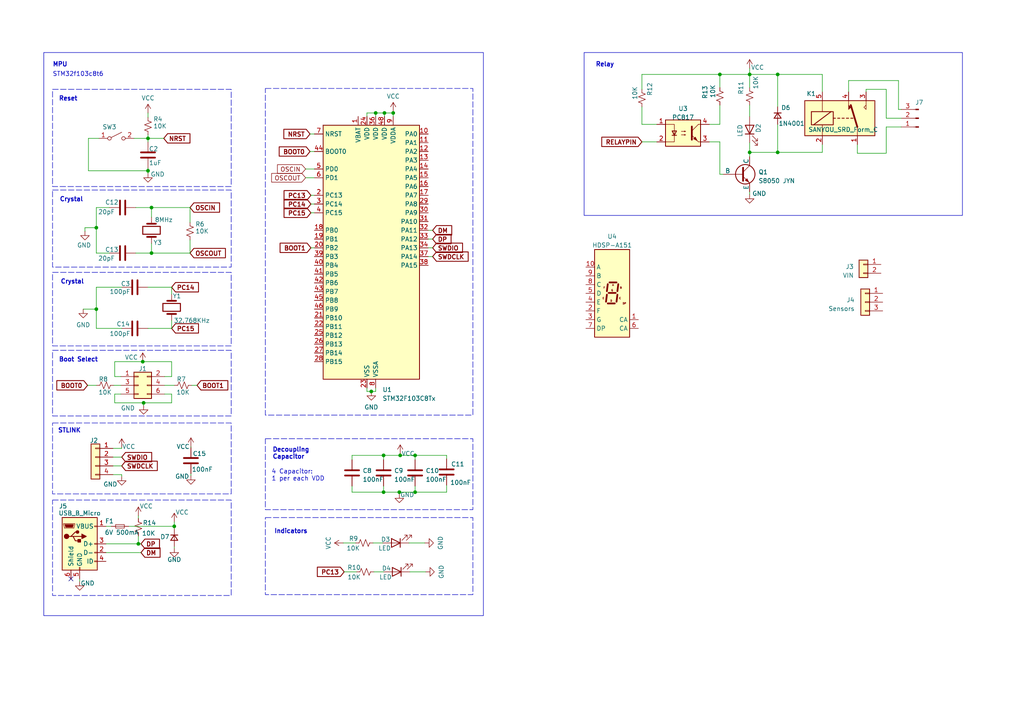
<source format=kicad_sch>
(kicad_sch (version 20230121) (generator eeschema)
  (paper "A4")
  (junction (at 43.942 60.198))
  (junction (at 225.552 21.59))
  (junction (at 50.546 152.654))
  (junction (at 208.788 21.59))
  (junction (at 40.132 157.734))
  (junction (at 41.402 104.902))
  (junction (at 217.424 21.59))
  (junction (at 42.926 40.132))
  (junction (at 116.078 132.08))
  (junction (at 400.304 7.366))
  (junction (at 410.972 44.45))
  (junction (at 394.97 18.796))
  (junction (at 41.656 116.84))
  (junction (at 111.252 142.748))
  (junction (at 108.966 32.766))
  (junction (at 400.304 -1.778))
  (junction (at 114.046 32.766))
  (junction (at 27.94 66.04))
  (junction (at 400.304 -2.032))
  (junction (at 120.396 132.08))
  (junction (at 410.972 53.594))
  (junction (at 225.552 44.196))
  (junction (at 107.696 113.538))
  (junction (at 217.424 44.196))
  (junction (at 377.698 24.638))
  (junction (at 43.942 73.406))
  (junction (at 42.926 49.53))
  (junction (at 27.94 89.662))
  (junction (at 115.824 142.748))
  (junction (at 111.252 132.08))
  (junction (at 111.506 32.766))
  (junction (at 394.97 32.004))
  (junction (at 120.396 142.748))
  (no_connect (at 20.574 167.894))
  (wire (pts (xy 49.784 116.84) (xy 41.656 116.84)))
  (wire (pts (xy 33.02 111.76) (xy 35.052 111.76)))
  (wire (pts (xy 27.94 60.198) (xy 27.94 66.04)))
  (wire (pts (xy 107.696 113.538) (xy 108.966 113.538)))
  (wire (pts (xy 186.182 30.988) (xy 186.182 36.068)))
  (wire (pts (xy 106.426 113.538) (xy 107.696 113.538)))
  (wire (pts (xy 35.052 109.22) (xy 33.274 109.22)))
  (wire (pts (xy 49.784 114.3) (xy 49.784 116.84)))
  (wire (pts (xy 90.17 59.182) (xy 91.186 59.182)))
  (wire (pts (xy 394.97 32.004) (xy 389.128 32.004)))
  (wire (pts (xy 23.114 168.656) (xy 23.114 167.894)))
  (wire (pts (xy 55.118 60.198) (xy 43.942 60.198)))
  (wire (pts (xy 49.784 104.902) (xy 49.784 109.22)))
  (wire (pts (xy 375.412 -2.032) (xy 375.412 7.366)))
  (wire (pts (xy 217.424 21.59) (xy 225.552 21.59)))
  (wire (pts (xy 464.312 89.916) (xy 461.518 89.916)))
  (wire (pts (xy 89.916 43.942) (xy 91.186 43.942)))
  (wire (pts (xy 208.788 41.148) (xy 205.74 41.148)))
  (wire (pts (xy 125.476 66.802) (xy 124.206 66.802)))
  (wire (pts (xy 466.09 64.516) (xy 466.09 65.024)))
  (wire (pts (xy 400.304 -3.048) (xy 400.304 -2.032)))
  (wire (pts (xy 125.476 69.342) (xy 124.206 69.342)))
  (wire (pts (xy 24.638 67.056) (xy 24.638 66.04)))
  (wire (pts (xy 50.546 152.654) (xy 50.546 153.416)))
  (wire (pts (xy 42.926 50.292) (xy 42.926 49.53)))
  (wire (pts (xy 410.972 53.594) (xy 421.386 53.594)))
  (wire (pts (xy 408.432 23.114) (xy 408.432 18.796)))
  (wire (pts (xy 450.088 23.876) (xy 450.85 23.876)))
  (wire (pts (xy 120.396 142.748) (xy 129.54 142.748)))
  (wire (pts (xy 42.926 49.53) (xy 42.926 48.768)))
  (wire (pts (xy 186.182 25.908) (xy 186.182 21.59)))
  (wire (pts (xy 40.132 149.606) (xy 40.132 150.368)))
  (wire (pts (xy 110.998 157.48) (xy 108.204 157.48)))
  (wire (pts (xy 406.146 72.898) (xy 406.146 75.692)))
  (wire (pts (xy 421.386 44.45) (xy 410.972 44.45)))
  (wire (pts (xy 260.604 23.368) (xy 246.126 23.368)))
  (wire (pts (xy 476.504 98.298) (xy 471.932 98.298)))
  (wire (pts (xy 120.396 132.08) (xy 129.54 132.08)))
  (wire (pts (xy 30.734 160.274) (xy 40.894 160.274)))
  (wire (pts (xy 377.698 18.796) (xy 377.698 24.638)))
  (wire (pts (xy 111.506 32.766) (xy 114.046 32.766)))
  (wire (pts (xy 208.788 21.59) (xy 208.788 25.4)))
  (wire (pts (xy 111.252 142.748) (xy 115.824 142.748)))
  (wire (pts (xy 225.552 36.068) (xy 225.552 44.196)))
  (wire (pts (xy 125.476 74.422) (xy 124.206 74.422)))
  (wire (pts (xy 375.412 7.366) (xy 400.304 7.366)))
  (wire (pts (xy 55.372 137.922) (xy 55.372 137.414)))
  (wire (pts (xy 261.366 31.75) (xy 260.604 31.75)))
  (wire (pts (xy 49.784 85.344) (xy 49.784 83.312)))
  (wire (pts (xy 49.784 95.25) (xy 42.926 95.25)))
  (wire (pts (xy 38.862 40.132) (xy 42.926 40.132)))
  (wire (pts (xy 257.048 25.908) (xy 257.048 34.29)))
  (wire (pts (xy 106.426 33.782) (xy 106.426 32.766)))
  (wire (pts (xy 208.788 50.546) (xy 208.788 41.148)))
  (wire (pts (xy 32.766 135.128) (xy 35.306 135.128)))
  (wire (pts (xy 452.882 98.298) (xy 456.438 98.298)))
  (wire (pts (xy 111.252 132.08) (xy 111.252 133.35)))
  (wire (pts (xy 238.506 44.196) (xy 225.552 44.196)))
  (wire (pts (xy 25.654 49.53) (xy 42.926 49.53)))
  (wire (pts (xy 394.97 32.004) (xy 408.432 32.004)))
  (wire (pts (xy 217.424 56.388) (xy 217.424 55.626)))
  (wire (pts (xy 108.966 113.538) (xy 108.966 112.522)))
  (wire (pts (xy 408.432 18.796) (xy 394.97 18.796)))
  (wire (pts (xy 49.784 83.312) (xy 42.926 83.312)))
  (wire (pts (xy 393.446 73.152) (xy 391.16 73.152)))
  (wire (pts (xy 209.804 50.546) (xy 208.788 50.546)))
  (wire (pts (xy 55.372 129.54) (xy 55.372 129.794)))
  (wire (pts (xy 49.784 92.964) (xy 49.784 95.25)))
  (wire (pts (xy 246.126 23.368) (xy 246.126 26.67)))
  (wire (pts (xy 251.206 26.67) (xy 251.206 25.908)))
  (wire (pts (xy 25.4 111.76) (xy 27.94 111.76)))
  (wire (pts (xy 261.366 36.83) (xy 257.048 36.83)))
  (wire (pts (xy 217.424 44.196) (xy 217.424 45.466)))
  (wire (pts (xy 400.304 -1.778) (xy 410.718 -1.778)))
  (wire (pts (xy 400.558 52.832) (xy 400.558 53.594)))
  (wire (pts (xy 111.252 140.97) (xy 111.252 142.748)))
  (wire (pts (xy 111.506 32.766) (xy 111.506 33.782)))
  (wire (pts (xy 217.424 19.812) (xy 217.424 21.59)))
  (wire (pts (xy 129.54 142.748) (xy 129.54 140.716)))
  (wire (pts (xy 50.546 111.76) (xy 47.752 111.76)))
  (wire (pts (xy 225.552 44.196) (xy 217.424 44.196)))
  (wire (pts (xy 377.698 24.638) (xy 377.698 32.004)))
  (wire (pts (xy 27.94 73.406) (xy 31.75 73.406)))
  (wire (pts (xy 55.118 64.516) (xy 55.118 60.198)))
  (wire (pts (xy 41.656 116.84) (xy 41.656 117.602)))
  (wire (pts (xy 208.788 36.068) (xy 205.74 36.068)))
  (wire (pts (xy 27.94 83.312) (xy 35.306 83.312)))
  (wire (pts (xy 257.048 36.83) (xy 257.048 44.45)))
  (wire (pts (xy 111.252 165.862) (xy 108.458 165.862)))
  (wire (pts (xy 466.09 -7.366) (xy 466.09 -6.604)))
  (wire (pts (xy 248.666 44.45) (xy 248.666 41.91)))
  (wire (pts (xy 47.752 109.22) (xy 49.784 109.22)))
  (wire (pts (xy 43.942 73.406) (xy 39.37 73.406)))
  (wire (pts (xy 125.476 71.882) (xy 124.206 71.882)))
  (wire (pts (xy 476.504 89.916) (xy 471.932 89.916)))
  (wire (pts (xy 108.966 32.766) (xy 108.966 33.782)))
  (wire (pts (xy 35.052 114.3) (xy 33.274 114.3)))
  (wire (pts (xy 394.97 29.21) (xy 394.97 32.004)))
  (wire (pts (xy 43.942 73.406) (xy 55.118 73.406)))
  (wire (pts (xy 99.822 165.862) (xy 103.378 165.862)))
  (wire (pts (xy 400.304 -1.778) (xy 400.304 -1.016)))
  (wire (pts (xy 111.252 132.08) (xy 116.078 132.08)))
  (wire (pts (xy 24.13 89.662) (xy 27.94 89.662)))
  (wire (pts (xy 90.17 56.642) (xy 91.186 56.642)))
  (wire (pts (xy 32.766 132.588) (xy 35.306 132.588)))
  (wire (pts (xy 450.85 1.016) (xy 449.072 1.016)))
  (wire (pts (xy 388.62 -2.032) (xy 400.304 -2.032)))
  (wire (pts (xy 43.942 70.612) (xy 43.942 73.406)))
  (wire (pts (xy 186.182 36.068) (xy 190.5 36.068)))
  (wire (pts (xy 57.15 111.76) (xy 55.626 111.76)))
  (wire (pts (xy 400.304 -1.778) (xy 400.304 -2.032)))
  (wire (pts (xy 99.568 157.48) (xy 103.124 157.48)))
  (wire (pts (xy 114.046 32.766) (xy 114.046 33.782)))
  (wire (pts (xy 102.108 140.97) (xy 102.108 142.748)))
  (wire (pts (xy 450.088 54.356) (xy 450.85 54.356)))
  (wire (pts (xy 208.788 30.48) (xy 208.788 36.068)))
  (wire (pts (xy 27.94 66.04) (xy 27.94 73.406)))
  (wire (pts (xy 260.604 31.75) (xy 260.604 23.368)))
  (wire (pts (xy 40.132 157.734) (xy 40.894 157.734)))
  (wire (pts (xy 400.558 45.212) (xy 400.558 44.45)))
  (wire (pts (xy 35.306 137.668) (xy 32.766 137.668)))
  (wire (pts (xy 452.882 89.916) (xy 456.438 89.916)))
  (wire (pts (xy 35.306 130.048) (xy 32.766 130.048)))
  (wire (pts (xy 397.51 76.454) (xy 397.51 70.612)))
  (wire (pts (xy 400.304 8.128) (xy 400.304 7.366)))
  (wire (pts (xy 400.558 53.594) (xy 410.972 53.594)))
  (wire (pts (xy 238.506 41.91) (xy 238.506 44.196)))
  (wire (pts (xy 108.966 32.766) (xy 111.506 32.766)))
  (wire (pts (xy 35.306 130.048) (xy 35.306 129.794)))
  (wire (pts (xy 377.698 32.004) (xy 381.508 32.004)))
  (wire (pts (xy 39.37 60.198) (xy 43.942 60.198)))
  (wire (pts (xy 115.824 142.748) (xy 120.396 142.748)))
  (wire (pts (xy 88.646 51.562) (xy 91.186 51.562)))
  (wire (pts (xy 120.396 132.08) (xy 120.396 133.35)))
  (wire (pts (xy 90.17 61.722) (xy 91.186 61.722)))
  (wire (pts (xy 217.424 21.59) (xy 217.424 25.4)))
  (wire (pts (xy 102.108 142.748) (xy 111.252 142.748)))
  (wire (pts (xy 393.446 68.072) (xy 391.16 68.072)))
  (wire (pts (xy 120.396 140.97) (xy 120.396 142.748)))
  (wire (pts (xy 115.824 142.748) (xy 115.824 143.256)))
  (wire (pts (xy 186.182 21.59) (xy 208.788 21.59)))
  (wire (pts (xy 449.072 3.556) (xy 450.85 3.556)))
  (wire (pts (xy 42.926 40.132) (xy 47.498 40.132)))
  (wire (pts (xy 410.972 53.594) (xy 410.972 53.848)))
  (wire (pts (xy 27.94 89.662) (xy 27.94 95.25)))
  (wire (pts (xy 50.546 159.004) (xy 50.546 158.496)))
  (wire (pts (xy 27.94 89.662) (xy 27.94 83.312)))
  (wire (pts (xy 102.108 133.35) (xy 102.108 132.08)))
  (wire (pts (xy 406.146 75.692) (xy 391.16 75.692)))
  (wire (pts (xy 391.922 49.53) (xy 392.684 49.53)))
  (wire (pts (xy 42.926 39.116) (xy 42.926 40.132)))
  (wire (pts (xy 394.97 18.796) (xy 394.97 21.59)))
  (wire (pts (xy 33.274 116.84) (xy 41.656 116.84)))
  (wire (pts (xy 374.396 24.638) (xy 377.698 24.638)))
  (wire (pts (xy 208.788 21.59) (xy 217.424 21.59)))
  (wire (pts (xy 450.088 56.896) (xy 450.85 56.896)))
  (wire (pts (xy 88.646 49.022) (xy 91.186 49.022)))
  (wire (pts (xy 374.396 25.654) (xy 374.396 24.638)))
  (wire (pts (xy 421.386 45.212) (xy 421.386 44.45)))
  (wire (pts (xy 397.51 70.612) (xy 391.16 70.612)))
  (wire (pts (xy 24.638 66.04) (xy 27.94 66.04)))
  (wire (pts (xy 102.108 132.08) (xy 111.252 132.08)))
  (wire (pts (xy 421.386 53.594) (xy 421.386 52.832)))
  (wire (pts (xy 400.304 -9.398) (xy 400.304 -8.128)))
  (wire (pts (xy 186.182 41.148) (xy 190.5 41.148)))
  (wire (pts (xy 50.546 151.384) (xy 50.546 152.654)))
  (wire (pts (xy 123.444 165.862) (xy 118.872 165.862)))
  (wire (pts (xy 27.94 95.25) (xy 35.306 95.25)))
  (wire (pts (xy 410.972 44.45) (xy 410.972 43.688)))
  (wire (pts (xy 408.432 32.004) (xy 408.432 28.194)))
  (wire (pts (xy 400.304 7.366) (xy 400.304 6.604)))
  (wire (pts (xy 381.508 18.796) (xy 377.698 18.796)))
  (wire (pts (xy 238.506 21.59) (xy 238.506 26.67)))
  (wire (pts (xy 389.128 18.796) (xy 394.97 18.796)))
  (wire (pts (xy 41.402 104.902) (xy 49.784 104.902)))
  (wire (pts (xy 106.426 112.522) (xy 106.426 113.538)))
  (wire (pts (xy 50.546 152.654) (xy 37.338 152.654)))
  (wire (pts (xy 28.702 40.132) (xy 25.654 40.132)))
  (wire (pts (xy 47.752 114.3) (xy 49.784 114.3)))
  (wire (pts (xy 400.558 44.45) (xy 410.972 44.45)))
  (wire (pts (xy 384.302 49.53) (xy 383.032 49.53)))
  (wire (pts (xy 55.118 73.406) (xy 55.118 69.596)))
  (wire (pts (xy 35.306 138.176) (xy 35.306 137.668)))
  (wire (pts (xy 116.078 132.08) (xy 120.396 132.08)))
  (wire (pts (xy 225.552 21.59) (xy 238.506 21.59)))
  (wire (pts (xy 33.274 104.902) (xy 41.402 104.902)))
  (wire (pts (xy 31.75 60.198) (xy 27.94 60.198)))
  (wire (pts (xy 123.19 157.48) (xy 118.618 157.48)))
  (wire (pts (xy 33.274 114.3) (xy 33.274 116.84)))
  (wire (pts (xy 217.424 33.782) (xy 217.424 30.48)))
  (wire (pts (xy 464.312 98.298) (xy 461.518 98.298)))
  (wire (pts (xy 251.206 25.908) (xy 257.048 25.908)))
  (wire (pts (xy 42.926 32.766) (xy 42.926 34.036)))
  (wire (pts (xy 30.734 157.734) (xy 40.132 157.734)))
  (wire (pts (xy 40.132 155.448) (xy 40.132 157.734)))
  (wire (pts (xy 43.942 60.198) (xy 43.942 62.992)))
  (wire (pts (xy 257.048 34.29) (xy 261.366 34.29)))
  (wire (pts (xy 25.654 40.132) (xy 25.654 49.53)))
  (wire (pts (xy 90.17 71.882) (xy 91.186 71.882)))
  (wire (pts (xy 32.258 152.654) (xy 30.734 152.654)))
  (wire (pts (xy 106.426 32.766) (xy 108.966 32.766)))
  (wire (pts (xy 89.916 38.862) (xy 91.186 38.862)))
  (wire (pts (xy 42.926 40.132) (xy 42.926 41.148)))
  (wire (pts (xy 257.048 44.45) (xy 248.666 44.45)))
  (wire (pts (xy 129.54 132.08) (xy 129.54 133.096)))
  (wire (pts (xy 114.046 32.258) (xy 114.046 32.766)))
  (wire (pts (xy 378.46 -2.032) (xy 375.412 -2.032)))
  (wire (pts (xy 116.078 131.572) (xy 116.078 132.08)))
  (wire (pts (xy 217.424 41.402) (xy 217.424 44.196)))
  (wire (pts (xy 225.552 21.59) (xy 225.552 30.988)))
  (wire (pts (xy 33.274 109.22) (xy 33.274 104.902)))
  (rectangle (start 76.962 150.114) (end 137.16 172.466) (stroke (width 0) (type dash)))
  (rectangle (start 15.24 101.6) (end 67.056 120.65) (stroke (width 0) (type dash)))
  (rectangle (start 76.962 127.254) (end 137.16 147.828) (stroke (width 0) (type dash)))
  (rectangle (start 12.7 15.24) (end 140.208 178.562))
  (rectangle (start 169.418 15.24) (end 279.146 62.484))
  (rectangle (start 364.998 38.354) (end 425.958 58.928) (stroke (width 0) (type dash)))
  (rectangle (start 15.24 122.682) (end 67.056 143.256) (stroke (width 0) (type dash)))
  (rectangle (start 15.24 78.994) (end 67.056 100.33) (stroke (width 0) (type dash)))
  (rectangle (start 364.998 60.706) (end 425.958 81.28) (stroke (width 0) (type dash)))
  (rectangle (start 76.962 25.654) (end 137.16 120.396) (stroke (width 0) (type dash)))
  (rectangle (start 15.24 145.034) (end 67.056 172.72) (stroke (width 0) (type dash)))
  (rectangle (start 15.24 55.118) (end 67.056 77.47) (stroke (width 0) (type dash)))
  (rectangle (start 364.998 -16.256) (end 425.958 11.938) (stroke (width 0) (type dash)))
  (rectangle (start 430.022 83.058) (end 488.188 103.632) (stroke (width 0) (type dash)))
  (rectangle (start 15.24 25.908) (end 67.056 54.102) (stroke (width 0) (type dash)))
  (rectangle (start 361.442 -26.416) (end 497.332 108.712))
  (rectangle (start 364.998 13.716) (end 425.958 36.068) (stroke (width 0) (type dash)))
  (rectangle (start 430.022 -16.256) (end 488.188 81.28) (stroke (width 0) (type dash)))
  (text "Reset\n" (at 366.776 -12.7 0) (effects (font (size 1.27 1.27) bold) (justify left bottom)))
  (text "Crystal\n" (at 17.526 82.55 0) (effects (font (size 1.27 1.27) bold) (justify left bottom)))
  (text "Indicators\n" (at 432.562 86.614 0) (effects (font (size 1.27 1.27) bold) (justify left bottom)))
  (text "STLINK\n" (at 367.538 65.532 0) (effects (font (size 1.27 1.27) bold) (justify left bottom)))
  (text "Boot Select" (at 17.018 105.156 0) (effects (font (size 1.27 1.27) bold) (justify left bottom)))
  (text "STLINK\n" (at 16.764 125.73 0) (effects (font (size 1.27 1.27) bold) (justify left bottom)))
  (text "Decoupling \nCapacitor\n" (at 367.03 44.45 0) (effects (font (size 1.27 1.27) bold) (justify left bottom)))
  (text "Reset\n" (at 17.018 29.464 0) (effects (font (size 1.27 1.27) bold) (justify left bottom)))
  (text "STM8S\n" (at 364.744 -18.288 0) (effects (font (size 1.27 1.27)) (justify left bottom)))
  (text "MPU\n" (at 364.744 -21.082 0) (effects (font (size 1.27 1.27) (thickness 0.254) bold) (justify left bottom)))
  (text "Relay\n" (at 172.72 19.558 0) (effects (font (size 1.27 1.27) bold) (justify left bottom)))
  (text "MPU\n" (at 15.24 19.558 0) (effects (font (size 1.27 1.27) (thickness 0.254) bold) (justify left bottom)))
  (text "STM32f103c8t6" (at 15.24 22.352 0) (effects (font (size 1.27 1.27)) (justify left bottom)))
  (text "Crystal\n" (at 17.272 58.674 0) (effects (font (size 1.27 1.27) bold) (justify left bottom)))
  (text "butuh riset lg\n" (at 409.194 65.532 0) (effects (font (size 1.27 1.27) bold) (justify left bottom)))
  (text "4 Capacitor: \n1 per each VDD\n" (at 78.74 139.7 0) (effects (font (size 1.27 1.27)) (justify left bottom)))
  (text "Indicators\n" (at 79.502 154.94 0) (effects (font (size 1.27 1.27) bold) (justify left bottom)))
  (text "Crystal\n" (at 367.03 17.272 0) (effects (font (size 1.27 1.27) bold) (justify left bottom)))
  (text "Decoupling \nCapacitor\n" (at 78.994 133.35 0) (effects (font (size 1.27 1.27) bold) (justify left bottom)))
  (global_label "DP" (shape input) (at 40.894 157.734 0) (effects (font bold)) (property "Intersheetrefs" "${INTERSHEET_REFS}" (effects hide)))
  (global_label "SWIM" (shape input) (at 393.446 73.152 0) (effects (font bold)) (property "Intersheetrefs" "${INTERSHEET_REFS}" (effects hide)))
  (global_label "OSCOUT" (shape input) (at 88.646 51.562 180) (property "Intersheetrefs" "${INTERSHEET_REFS}" (effects hide)))
  (global_label "SWDCLK" (shape input) (at 125.476 74.422 0) (effects (font bold)) (property "Intersheetrefs" "${INTERSHEET_REFS}" (effects hide)))
  (global_label "BOOT1" (shape input) (at 90.17 71.882 180) (effects (font bold)) (property "Intersheetrefs" "${INTERSHEET_REFS}" (effects hide)))
  (global_label "VCAP" (shape input) (at 450.088 56.896 180) (effects (font bold)) (property "Intersheetrefs" "${INTERSHEET_REFS}" (effects hide)))
  (global_label "RELAYPIN" (shape input) (at 186.182 41.148 180) (effects (font bold)) (property "Intersheetrefs" "${INTERSHEET_REFS}" (effects hide)))
  (global_label "PB5" (shape input) (at 476.504 98.298 0) (effects (font bold)) (property "Intersheetrefs" "${INTERSHEET_REFS}" (effects hide)))
  (global_label "SWDIO" (shape input) (at 35.306 132.588 0) (effects (font bold)) (property "Intersheetrefs" "${INTERSHEET_REFS}" (effects hide)))
  (global_label "NRST" (shape input) (at 393.446 68.072 0) (effects (font bold)) (property "Intersheetrefs" "${INTERSHEET_REFS}" (effects hide)))
  (global_label "PC13" (shape input) (at 99.822 165.862 180) (effects (font bold)) (property "Intersheetrefs" "${INTERSHEET_REFS}" (effects hide)))
  (global_label "PC13" (shape input) (at 90.17 56.642 180) (effects (font bold)) (property "Intersheetrefs" "${INTERSHEET_REFS}" (effects hide)))
  (global_label "OSCIN" (shape input) (at 55.118 60.198 0) (effects (font bold)) (property "Intersheetrefs" "${INTERSHEET_REFS}" (effects hide)))
  (global_label "DP" (shape input) (at 125.476 69.342 0) (effects (font bold)) (property "Intersheetrefs" "${INTERSHEET_REFS}" (effects hide)))
  (global_label "DM" (shape input) (at 125.476 66.802 0) (effects (font bold)) (property "Intersheetrefs" "${INTERSHEET_REFS}" (effects hide)))
  (global_label "OSCIN" (shape input) (at 449.072 1.016 180) (effects (font bold)) (property "Intersheetrefs" "${INTERSHEET_REFS}" (effects hide)))
  (global_label "NRST" (shape input) (at 410.718 -1.778 0) (effects (font bold)) (property "Intersheetrefs" "${INTERSHEET_REFS}" (effects hide)))
  (global_label "PC14" (shape input) (at 90.17 59.182 180) (effects (font bold)) (property "Intersheetrefs" "${INTERSHEET_REFS}" (effects hide)))
  (global_label "BOOT1" (shape input) (at 57.15 111.76 0) (effects (font bold)) (property "Intersheetrefs" "${INTERSHEET_REFS}" (effects hide)))
  (global_label "OSCOUT" (shape input) (at 449.072 3.556 180) (effects (font bold)) (property "Intersheetrefs" "${INTERSHEET_REFS}" (effects hide)))
  (global_label "PC15" (shape input) (at 90.17 61.722 180) (effects (font bold)) (property "Intersheetrefs" "${INTERSHEET_REFS}" (effects hide)))
  (global_label "SWDIO" (shape input) (at 125.476 71.882 0) (effects (font bold)) (property "Intersheetrefs" "${INTERSHEET_REFS}" (effects hide)))
  (global_label "BOOT0" (shape input) (at 25.4 111.76 180) (effects (font bold)) (property "Intersheetrefs" "${INTERSHEET_REFS}" (effects hide)))
  (global_label "OSCIN" (shape input) (at 408.432 18.796 0) (effects (font bold)) (property "Intersheetrefs" "${INTERSHEET_REFS}" (effects hide)))
  (global_label "NRST" (shape input) (at 47.498 40.132 0) (effects (font bold)) (property "Intersheetrefs" "${INTERSHEET_REFS}" (effects hide)))
  (global_label "OSCOUT" (shape input) (at 408.432 32.004 0) (effects (font bold)) (property "Intersheetrefs" "${INTERSHEET_REFS}" (effects hide)))
  (global_label "PC14" (shape input) (at 49.784 83.312 0) (effects (font bold)) (property "Intersheetrefs" "${INTERSHEET_REFS}" (effects hide)))
  (global_label "OSCOUT" (shape input) (at 55.118 73.406 0) (effects (font bold)) (property "Intersheetrefs" "${INTERSHEET_REFS}" (effects hide)))
  (global_label "SWDCLK" (shape input) (at 35.306 135.128 0) (effects (font bold)) (property "Intersheetrefs" "${INTERSHEET_REFS}" (effects hide)))
  (global_label "DM" (shape input) (at 40.894 160.274 0) (effects (font bold)) (property "Intersheetrefs" "${INTERSHEET_REFS}" (effects hide)))
  (global_label "PC15" (shape input) (at 49.784 95.25 0) (effects (font bold)) (property "Intersheetrefs" "${INTERSHEET_REFS}" (effects hide)))
  (global_label "VCAP" (shape input) (at 383.032 49.53 180) (effects (font bold)) (property "Intersheetrefs" "${INTERSHEET_REFS}" (effects hide)))
  (global_label "OSCIN" (shape input) (at 88.646 49.022 180) (property "Intersheetrefs" "${INTERSHEET_REFS}" (effects hide)))
  (global_label "NRST" (shape input) (at 450.088 54.356 180) (effects (font bold)) (property "Intersheetrefs" "${INTERSHEET_REFS}" (effects hide)))
  (global_label "NRST" (shape input) (at 89.916 38.862 180) (effects (font bold)) (property "Intersheetrefs" "${INTERSHEET_REFS}" (effects hide)))
  (global_label "BOOT0" (shape input) (at 89.916 43.942 180) (effects (font bold)) (property "Intersheetrefs" "${INTERSHEET_REFS}" (effects hide)))
  (global_label "PB5" (shape input) (at 450.088 23.876 180) (effects (font bold)) (property "Intersheetrefs" "${INTERSHEET_REFS}" (effects hide)))
  (symbol (lib_id "Device:R_Small_US") (at 40.132 152.908 180) (unit 1)
    (property "Reference" "R14" (at 41.402 151.638 0) (effects (justify right)))
    (property "Value" "10K" (at 41.148 154.686 0) (effects (justify right)))
    (property "Footprint" "Resistor_SMD:R_0805_2012Metric_Pad1.20x1.40mm_HandSolder" (effects hide))
  )
  (symbol (lib_id "Switch:SW_SPST") (at 383.54 -2.032 0) (unit 1)
    (property "Reference" "SW1" (at 381.508 -5.334 0))
    (property "Value" "SW_SPST" (effects hide))
    (property "Footprint" "Button_Switch_THT:SW_PUSH_6mm_H5mm" (effects hide))
  )
  (symbol (lib_id "Device:C") (at 39.116 83.312 270) (unit 1)
    (property "Reference" "C3" (at 35.052 82.296 90) (effects (justify left)))
    (property "Value" "100pF" (at 31.75 84.582 90) (effects (justify left)))
    (property "Footprint" "Capacitor_SMD:C_0805_2012Metric_Pad1.18x1.45mm_HandSolder" (effects hide))
  )
  (symbol (lib_id "Connector_Generic:Conn_02x03_Odd_Even") (at 40.132 111.76 0) (unit 1)
    (property "Reference" "J1" (at 41.402 106.934 0))
    (property "Value" "Conn_02x03_Odd_Even" (effects hide))
  )
  (symbol (lib_id "power:GND") (at 35.306 138.176 0) (unit 1)
    (property "Reference" "#PWR019" (effects hide))
    (property "Value" "GND" (at 32.004 140.462 0))
  )
  (symbol (lib_id "power:GND") (at 410.972 53.848 0) (unit 1)
    (property "Reference" "#PWR04" (effects hide))
    (property "Value" "GND" (at 415.036 55.372 0))
  )
  (symbol (lib_id "power:GND") (at 24.638 67.056 0) (unit 1)
    (property "Reference" "#PWR014" (effects hide))
    (property "Value" "GND" (at 24.384 71.12 0))
  )
  (symbol (lib_id "Device:C") (at 385.318 32.004 270) (unit 1)
    (property "Reference" "C17" (at 380.238 30.988 90) (effects (justify left)))
    (property "Value" "20pF" (at 378.206 33.528 90) (effects (justify left)))
    (property "Footprint" "Capacitor_SMD:C_0805_2012Metric_Pad1.18x1.45mm_HandSolder" (effects hide))
  )
  (symbol (lib_id "Device:C") (at 421.386 49.022 0) (unit 1)
    (property "Reference" "C7" (at 417.068 46.99 0) (effects (justify left)))
    (property "Value" "10uF" (at 416.56 51.308 0) (effects (justify left)))
    (property "Footprint" "Capacitor_SMD:C_0805_2012Metric_Pad1.18x1.45mm_HandSolder" (effects hide))
  )
  (symbol (lib_id "Device:LED") (at 468.122 98.298 180) (unit 1)
    (property "Reference" "D8" (at 466.344 95.758 0) (effects (justify right)))
    (property "Value" "LED" (at 466.598 101.092 0) (effects (justify right)))
    (property "Footprint" "LED_SMD:LED_1206_3216Metric_Pad1.42x1.75mm_HandSolder" (effects hide))
  )
  (symbol (lib_id "Device:Fuse_Small") (at 34.798 152.654 0) (unit 1)
    (property "Reference" "F1" (at 31.75 151.13 0))
    (property "Value" "6V 500mA" (at 35.306 154.432 0))
    (property "Footprint" "Fuse:Fuse_1812_4532Metric_Pad1.30x3.40mm_HandSolder" (effects hide))
  )
  (symbol (lib_id "Device:C") (at 39.116 95.25 270) (unit 1)
    (property "Reference" "C14" (at 33.782 93.98 90) (effects (justify left)))
    (property "Value" "100pF" (at 31.75 96.774 90) (effects (justify left)))
    (property "Footprint" "Capacitor_SMD:C_0805_2012Metric_Pad1.18x1.45mm_HandSolder" (effects hide))
  )
  (symbol (lib_id "power:GND") (at 397.51 76.454 0) (unit 1)
    (property "Reference" "#PWR05" (effects hide))
    (property "Value" "GND" (at 401.066 78.486 0))
  )
  (symbol (lib_id "Device:LED") (at 468.122 89.916 180) (unit 1)
    (property "Reference" "D9" (at 466.852 86.614 0) (effects (justify right)))
    (property "Value" "LED" (at 466.598 92.71 0) (effects (justify right)))
    (property "Footprint" "LED_SMD:LED_1206_3216Metric_Pad1.42x1.75mm_HandSolder" (effects hide))
  )
  (symbol (lib_id "Device:LED") (at 217.424 37.592 90) (unit 1)
    (property "Reference" "D2" (at 219.964 35.814 0) (effects (justify right)))
    (property "Value" "LED" (at 214.63 36.068 0) (effects (justify right)))
    (property "Footprint" "LED_SMD:LED_1206_3216Metric_Pad1.42x1.75mm_HandSolder" (effects hide))
  )
  (symbol (lib_id "Connector_Generic:Conn_01x04") (at 27.686 132.588 0) (mirror y) (unit 1)
    (property "Reference" "J2" (at 28.448 127.762 0) (effects (justify left)))
    (property "Value" "Conn_01x04" (effects hide))
  )
  (symbol (lib_id "power:VCC") (at 55.372 129.54 0) (unit 1)
    (property "Reference" "#PWR021" (effects hide))
    (property "Value" "VCC" (at 53.086 129.54 0))
  )
  (symbol (lib_id "Device:R_Small_US") (at 208.788 27.94 0) (unit 1)
    (property "Reference" "R13" (at 204.47 28.702 90) (effects (justify left)))
    (property "Value" "10K" (at 206.756 28.448 90) (effects (justify left)))
    (property "Footprint" "Resistor_SMD:R_0805_2012Metric_Pad1.20x1.40mm_HandSolder" (effects hide))
  )
  (symbol (lib_id "power:VCC") (at 42.926 32.766 0) (unit 1)
    (property "Reference" "#PWR09" (effects hide))
    (property "Value" "VCC" (at 42.926 28.448 0))
  )
  (symbol (lib_id "Device:C") (at 400.558 49.022 0) (unit 1)
    (property "Reference" "C6" (at 401.066 46.99 0) (effects (justify left)))
    (property "Value" "100nF" (at 400.812 51.562 0) (effects (justify left)))
    (property "Footprint" "Capacitor_SMD:C_0805_2012Metric_Pad1.18x1.45mm_HandSolder" (effects hide))
  )
  (symbol (lib_id "power:VCC") (at 40.132 149.606 0) (unit 1)
    (property "Reference" "#PWR034" (effects hide))
    (property "Value" "VCC" (at 42.418 146.812 0))
  )
  (symbol (lib_id "power:GND") (at 55.372 137.922 0) (unit 1)
    (property "Reference" "#PWR022" (effects hide))
    (property "Value" "GND" (at 52.832 138.176 0))
  )
  (symbol (lib_id "Connector_Generic:Conn_01x03") (at 250.952 87.63 0) (mirror y) (unit 1)
    (property "Reference" "J4" (at 247.904 86.995 0) (effects (justify left)))
    (property "Value" "Sensors" (at 247.904 89.535 0) (effects (justify left)))
  )
  (symbol (lib_id "power:VCC") (at 50.546 151.384 0) (unit 1)
    (property "Reference" "#PWR032" (effects hide))
    (property "Value" "VCC" (at 52.832 148.59 0))
  )
  (symbol (lib_id "Device:R_Small_US") (at 400.304 -5.588 180) (unit 1)
    (property "Reference" "R2" (at 401.828 -7.62 0) (effects (justify right)))
    (property "Value" "10K" (at 401.828 -5.588 0) (effects (justify right)))
    (property "Footprint" "Resistor_SMD:R_0805_2012Metric_Pad1.20x1.40mm_HandSolder" (effects hide))
  )
  (symbol (lib_id "power:GND") (at 392.684 49.53 90) (unit 1)
    (property "Reference" "#PWR027" (effects hide))
    (property "Value" "GND" (at 393.192 46.736 0))
  )
  (symbol (lib_id "power:VCC") (at 99.568 157.48 90) (unit 1)
    (property "Reference" "#PWR023" (effects hide))
    (property "Value" "VCC" (at 95.25 157.48 0))
  )
  (symbol (lib_id "Device:C") (at 385.318 18.796 270) (unit 1)
    (property "Reference" "C5" (at 380.238 17.272 90) (effects (justify left)))
    (property "Value" "20pF" (at 378.206 20.066 90) (effects (justify left)))
    (property "Footprint" "Capacitor_SMD:C_0805_2012Metric_Pad1.18x1.45mm_HandSolder" (effects hide))
  )
  (symbol (lib_id "Device:R_Small_US") (at 408.432 25.654 180) (unit 1)
    (property "Reference" "R3" (at 409.956 23.622 0) (effects (justify right)))
    (property "Value" "10K" (at 409.956 25.654 0) (effects (justify right)))
    (property "Footprint" "Resistor_SMD:R_0805_2012Metric_Pad1.20x1.40mm_HandSolder" (effects hide))
  )
  (symbol (lib_id "power:GND") (at 400.304 8.128 0) (unit 1)
    (property "Reference" "#PWR029" (effects hide))
    (property "Value" "GND" (at 403.098 8.382 0))
  )
  (symbol (lib_id "power:GND") (at 115.824 143.256 0) (unit 1)
    (property "Reference" "#PWR012" (effects hide))
    (property "Value" "GND" (at 118.11 143.51 0))
  )
  (symbol (lib_id "power:GND") (at 41.656 117.602 0) (unit 1)
    (property "Reference" "#PWR018" (effects hide))
    (property "Value" "GND" (at 37.084 118.364 0))
  )
  (symbol (lib_id "power:VCC") (at 452.882 98.298 90) (unit 1)
    (property "Reference" "#PWR035" (effects hide))
    (property "Value" "VCC" (at 448.564 98.298 0))
  )
  (symbol (lib_id "Device:R_Small_US") (at 458.978 98.298 90) (unit 1)
    (property "Reference" "R15" (at 458.343 96.012 90) (effects (justify left)))
    (property "Value" "10K" (at 459.486 100.33 90) (effects (justify left)))
    (property "Footprint" "Resistor_SMD:R_0805_2012Metric_Pad1.20x1.40mm_HandSolder" (effects hide))
  )
  (symbol (lib_id "Device:C") (at 55.372 133.604 0) (unit 1)
    (property "Reference" "C15" (at 55.88 131.572 0) (effects (justify left)))
    (property "Value" "100nF" (at 55.626 136.144 0) (effects (justify left)))
    (property "Footprint" "Capacitor_SMD:C_0805_2012Metric_Pad1.18x1.45mm_HandSolder" (effects hide))
  )
  (symbol (lib_id "Device:LED") (at 115.062 165.862 180) (unit 1)
    (property "Reference" "D4" (at 110.744 164.846 0) (effects (justify right)))
    (property "Value" "LED" (at 109.982 167.386 0) (effects (justify right)))
    (property "Footprint" "LED_SMD:LED_1206_3216Metric_Pad1.42x1.75mm_HandSolder" (effects hide))
  )
  (symbol (lib_id "Device:Crystal") (at 49.784 89.154 90) (unit 1)
    (property "Reference" "Y1" (at 51.308 85.852 90))
    (property "Value" "32.768KHz" (at 55.626 92.964 90))
    (property "Footprint" "Crystal:Crystal_SMD_SeikoEpson_MC306-4Pin_8.0x3.2mm_HandSoldering" (effects hide))
  )
  (symbol (lib_id "MCU_ST_STM8:STM8S003K3T") (at 466.09 28.956 0) (unit 1)
    (property "Reference" "U2" (at 468.0459 -6.096 0) (effects (justify left)))
    (property "Value" "STM8S003K3T" (at 468.0459 -3.556 0) (effects (justify left)))
    (property "Footprint" "Package_QFP:LQFP-32_7x7mm_P0.8mm" (effects hide))
    (property "Datasheet" "http://www.st.com/st-web-ui/static/active/en/resource/technical/document/datasheet/DM00024550.pdf" (effects hide))
  )
  (symbol (lib_id "Device:LED") (at 114.808 157.48 180) (unit 1)
    (property "Reference" "D3" (at 110.49 156.464 0) (effects (justify right)))
    (property "Value" "LED" (at 109.728 159.004 0) (effects (justify right)))
    (property "Footprint" "LED_SMD:LED_1206_3216Metric_Pad1.42x1.75mm_HandSolder" (effects hide))
  )
  (symbol (lib_id "Device:Crystal") (at 394.97 25.4 90) (unit 1)
    (property "Reference" "Y4" (at 396.748 28.956 90))
    (property "Value" "8MHz" (at 398.526 22.352 90))
    (property "Footprint" "Crystal:Crystal_HC49-4H_Vertical" (effects hide))
  )
  (symbol (lib_id "MCU_ST_STM32F1:STM32F103C8Tx") (at 106.426 74.422 0) (unit 1)
    (property "Reference" "U1" (at 110.9219 113.03 0) (effects (justify left)))
    (property "Value" "STM32F103C8Tx" (at 110.9219 115.57 0) (effects (justify left)))
    (property "Footprint" "Package_QFP:LQFP-48_7x7mm_P0.5mm" (effects hide))
    (property "Datasheet" "https://www.st.com/resource/en/datasheet/stm32f103c8.pdf" (effects hide))
  )
  (symbol (lib_id "power:VCC") (at 406.146 72.898 0) (unit 1)
    (property "Reference" "#PWR06" (effects hide))
    (property "Value" "VCC" (at 406.146 69.596 0))
  )
  (symbol (lib_id "Device:R_Small_US") (at 186.182 28.448 0) (unit 1)
    (property "Reference" "R12" (at 188.468 27.813 90) (effects (justify left)))
    (property "Value" "10K" (at 184.15 28.956 90) (effects (justify left)))
    (property "Footprint" "Resistor_SMD:R_0805_2012Metric_Pad1.20x1.40mm_HandSolder" (effects hide))
  )
  (symbol (lib_id "power:GND") (at 107.696 113.538 0) (unit 1)
    (property "Reference" "#PWR016" (effects hide))
    (property "Value" "GND" (at 107.696 118.11 0))
  )
  (symbol (lib_id "Device:C") (at 111.252 137.16 0) (unit 1)
    (property "Reference" "C9" (at 114.3 136.525 0) (effects (justify left)))
    (property "Value" "100nF" (at 114.3 139.065 0) (effects (justify left)))
    (property "Footprint" "Capacitor_SMD:C_0805_2012Metric_Pad1.18x1.45mm_HandSolder" (effects hide))
  )
  (symbol (lib_id "Relay:SANYOU_SRD_Form_C") (at 243.586 34.29 0) (unit 1)
    (property "Reference" "K1" (at 233.934 27.178 0) (effects (justify left)))
    (property "Value" "SANYOU_SRD_Form_C" (at 234.442 37.592 0) (effects (justify left)))
    (property "Footprint" "Relay_THT:Relay_SPDT_SANYOU_SRD_Series_Form_C" (effects hide))
    (property "Datasheet" "http://www.sanyourelay.ca/public/products/pdf/SRD.pdf" (effects hide))
  )
  (symbol (lib_id "power:VCC") (at 466.09 -7.366 0) (unit 1)
    (property "Reference" "#PWR02" (effects hide))
    (property "Value" "VCC" (at 468.376 -7.62 0))
  )
  (symbol (lib_id "power:GND") (at 217.424 56.388 0) (unit 1)
    (property "Reference" "#PWR030" (effects hide))
    (property "Value" "GND" (at 220.218 56.134 0))
  )
  (symbol (lib_id "power:GND") (at 123.19 157.48 90) (unit 1)
    (property "Reference" "#PWR024" (effects hide))
    (property "Value" "GND" (at 127.762 157.48 0))
  )
  (symbol (lib_id "power:GND") (at 23.114 168.656 0) (unit 1)
    (property "Reference" "#PWR031" (effects hide))
    (property "Value" "GND" (at 25.4 169.164 0))
  )
  (symbol (lib_id "Device:C") (at 42.926 44.958 0) (unit 1)
    (property "Reference" "C2" (at 43.18 43.18 0) (effects (justify left)))
    (property "Value" "1uF" (at 43.18 47.244 0) (effects (justify left)))
    (property "Footprint" "Capacitor_SMD:C_0805_2012Metric_Pad1.18x1.45mm_HandSolder" (effects hide))
  )
  (symbol (lib_id "Device:C") (at 35.56 73.406 270) (unit 1)
    (property "Reference" "C13" (at 30.48 72.39 90) (effects (justify left)))
    (property "Value" "20pF" (at 28.448 74.93 90) (effects (justify left)))
    (property "Footprint" "Capacitor_SMD:C_0805_2012Metric_Pad1.18x1.45mm_HandSolder" (effects hide))
  )
  (symbol (lib_id "power:VCC") (at 116.078 131.572 0) (unit 1)
    (property "Reference" "#PWR013" (effects hide))
    (property "Value" "VCC" (at 118.364 131.572 0))
  )
  (symbol (lib_id "power:GND") (at 24.13 89.662 0) (unit 1)
    (property "Reference" "#PWR015" (effects hide))
    (property "Value" "GND" (at 24.13 94.234 0))
  )
  (symbol (lib_id "Device:R_Small_US") (at 458.978 89.916 90) (unit 1)
    (property "Reference" "R16" (at 458.343 87.63 90) (effects (justify left)))
    (property "Value" "10K" (at 459.232 92.202 90) (effects (justify left)))
    (property "Footprint" "Resistor_SMD:R_0805_2012Metric_Pad1.20x1.40mm_HandSolder" (effects hide))
  )
  (symbol (lib_id "power:GND") (at 50.546 159.004 0) (unit 1)
    (property "Reference" "#PWR033" (effects hide))
    (property "Value" "GND" (at 50.546 162.306 0))
  )
  (symbol (lib_id "Device:Crystal") (at 43.942 66.802 90) (unit 1)
    (property "Reference" "Y3" (at 45.72 70.358 90))
    (property "Value" "8MHz" (at 47.498 63.754 90))
    (property "Footprint" "Crystal:Crystal_HC49-4H_Vertical" (effects hide))
  )
  (symbol (lib_id "power:VCC") (at 35.306 129.794 0) (unit 1)
    (property "Reference" "#PWR020" (effects hide))
    (property "Value" "VCC" (at 37.338 129.54 0))
  )
  (symbol (lib_id "power:VCC") (at 41.402 104.902 0) (unit 1)
    (property "Reference" "#PWR017" (effects hide))
    (property "Value" "VCC" (at 38.1 103.632 0))
  )
  (symbol (lib_id "Device:R_Small_US") (at 30.48 111.76 270) (unit 1)
    (property "Reference" "R8" (at 29.972 109.982 90))
    (property "Value" "10K" (at 30.48 113.792 90))
    (property "Footprint" "Resistor_SMD:R_0805_2012Metric_Pad1.20x1.40mm_HandSolder" (effects hide))
  )
  (symbol (lib_id "Device:C") (at 400.304 2.794 0) (unit 1)
    (property "Reference" "C16" (at 400.558 1.016 0) (effects (justify left)))
    (property "Value" "100nF" (at 400.558 5.08 0) (effects (justify left)))
    (property "Footprint" "Capacitor_SMD:C_0805_2012Metric_Pad1.18x1.45mm_HandSolder" (effects hide))
  )
  (symbol (lib_id "Device:C") (at 35.56 60.198 270) (unit 1)
    (property "Reference" "C12" (at 30.48 58.674 90) (effects (justify left)))
    (property "Value" "20pF" (at 28.448 61.468 90) (effects (justify left)))
    (property "Footprint" "Capacitor_SMD:C_0805_2012Metric_Pad1.18x1.45mm_HandSolder" (effects hide))
  )
  (symbol (lib_id "Device:C") (at 388.112 49.53 90) (unit 1)
    (property "Reference" "C4" (at 387.477 46.482 90) (effects (justify left)))
    (property "Value" "1uF" (at 387.35 53.086 90) (effects (justify left)))
    (property "Footprint" "Capacitor_SMD:C_0805_2012Metric_Pad1.18x1.45mm_HandSolder" (effects hide))
  )
  (symbol (lib_id "power:VCC") (at 114.046 32.258 0) (unit 1)
    (property "Reference" "#PWR011" (effects hide))
    (property "Value" "VCC" (at 114.046 27.94 0))
  )
  (symbol (lib_id "power:GND") (at 42.926 50.292 0) (unit 1)
    (property "Reference" "#PWR010" (effects hide))
    (property "Value" "GND" (at 45.72 50.546 0))
  )
  (symbol (lib_id "Connector_Generic:Conn_01x04") (at 386.08 73.152 180) (unit 1)
    (property "Reference" "J6" (at 386.842 77.978 0) (effects (justify left)))
    (property "Value" "Conn_01x04" (effects hide))
  )
  (symbol (lib_id "Device:R_Small_US") (at 55.118 67.056 180) (unit 1)
    (property "Reference" "R6" (at 56.642 65.024 0) (effects (justify right)))
    (property "Value" "10K" (at 56.642 67.056 0) (effects (justify right)))
    (property "Footprint" "Resistor_SMD:R_0805_2012Metric_Pad1.20x1.40mm_HandSolder" (effects hide))
  )
  (symbol (lib_id "Device:R_Small_US") (at 53.086 111.76 270) (unit 1)
    (property "Reference" "R7" (at 52.578 109.982 90))
    (property "Value" "10K" (at 53.086 113.792 90))
    (property "Footprint" "Resistor_SMD:R_0805_2012Metric_Pad1.20x1.40mm_HandSolder" (effects hide))
  )
  (symbol (lib_id "Device:C") (at 129.54 136.906 0) (unit 1)
    (property "Reference" "C11" (at 130.81 134.62 0) (effects (justify left)))
    (property "Value" "100nF" (at 130.556 139.954 0) (effects (justify left)))
    (property "Footprint" "Capacitor_SMD:C_0805_2012Metric_Pad1.18x1.45mm_HandSolder" (effects hide))
  )
  (symbol (lib_id "power:VCC") (at 400.304 -9.398 0) (unit 1)
    (property "Reference" "#PWR028" (effects hide))
    (property "Value" "VCC" (at 400.304 -13.716 0))
  )
  (symbol (lib_id "power:GND") (at 466.09 65.024 0) (unit 1)
    (property "Reference" "#PWR01" (effects hide))
    (property "Value" "GND" (at 466.09 69.596 0))
  )
  (symbol (lib_id "Device:D_Small") (at 225.552 33.528 270) (unit 1)
    (property "Reference" "D6" (at 226.568 31.242 90) (effects (justify left)))
    (property "Value" "1N4001" (at 225.806 35.814 90) (effects (justify left)))
    (property "Sim.Device" "D" (effects hide))
    (property "Sim.Pins" "1=K 2=A" (effects hide))
  )
  (symbol (lib_id "Connector_Generic:Conn_01x02") (at 250.444 76.708 0) (mirror y) (unit 1)
    (property "Reference" "J3" (at 247.65 77.343 0) (effects (justify left)))
    (property "Value" "VIN" (at 247.65 79.883 0) (effects (justify left)))
  )
  (symbol (lib_id "Simulation_SPICE:NPN") (at 214.884 50.546 0) (unit 1)
    (property "Reference" "Q1" (at 219.964 49.911 0) (effects (justify left)))
    (property "Value" "S8050 JYN" (at 219.964 52.451 0) (effects (justify left)))
    (property "Sim.Device" "NPN" (effects hide))
    (property "Sim.Type" "GUMMELPOON" (effects hide))
    (property "Sim.Pins" "1=C 2=B 3=E" (effects hide))
  )
  (symbol (lib_id "power:VCC") (at 217.424 19.812 0) (unit 1)
    (property "Reference" "#PWR07" (effects hide))
    (property "Value" "VCC" (at 219.71 19.558 0))
  )
  (symbol (lib_id "Device:C") (at 120.396 137.16 0) (unit 1)
    (property "Reference" "C10" (at 123.444 136.525 0) (effects (justify left)))
    (property "Value" "100nF" (at 123.444 139.065 0) (effects (justify left)))
    (property "Footprint" "Capacitor_SMD:C_0805_2012Metric_Pad1.18x1.45mm_HandSolder" (effects hide))
  )
  (symbol (lib_id "Device:R_Small_US") (at 105.918 165.862 90) (unit 1)
    (property "Reference" "R10" (at 104.648 164.592 90) (effects (justify left)))
    (property "Value" "10K" (at 104.648 167.386 90) (effects (justify left)))
    (property "Footprint" "Resistor_SMD:R_0805_2012Metric_Pad1.20x1.40mm_HandSolder" (effects hide))
  )
  (symbol (lib_id "Device:C") (at 102.108 137.16 0) (unit 1)
    (property "Reference" "C8" (at 105.156 136.525 0) (effects (justify left)))
    (property "Value" "100nF" (at 105.156 139.065 0) (effects (justify left)))
    (property "Footprint" "Capacitor_SMD:C_0805_2012Metric_Pad1.18x1.45mm_HandSolder" (effects hide))
  )
  (symbol (lib_id "Connector:USB_B_Micro") (at 23.114 157.734 0) (unit 1)
    (property "Reference" "J5" (at 18.288 146.812 0))
    (property "Value" "USB_B_Micro" (at 23.114 148.844 0))
    (property "Footprint" "Connector_USB:USB_Mini-B_Lumberg_2486_01_Horizontal" (effects hide))
  )
  (symbol (lib_id "Device:R_Small_US") (at 105.664 157.48 90) (unit 1)
    (property "Reference" "R9" (at 103.886 156.21 90) (effects (justify left)))
    (property "Value" "10K" (at 104.394 159.004 90) (effects (justify left)))
    (property "Footprint" "Resistor_SMD:R_0805_2012Metric_Pad1.20x1.40mm_HandSolder" (effects hide))
  )
  (symbol (lib_id "Device:D_Small") (at 50.546 155.956 270) (unit 1)
    (property "Reference" "D7" (at 46.482 155.702 90) (effects (justify left)))
    (property "Value" "D_Small" (effects hide))
    (property "Footprint" "Diode_SMD:D_SMA-SMB_Universal_Handsoldering" (effects hide))
  )
  (symbol (lib_id "power:VCC") (at 452.882 89.916 90) (unit 1)
    (property "Reference" "#PWR036" (effects hide))
    (property "Value" "VCC" (at 448.564 89.916 0))
  )
  (symbol (lib_id "Device:R_Small_US") (at 42.926 36.576 180) (unit 1)
    (property "Reference" "R4" (at 44.45 34.544 0) (effects (justify right)))
    (property "Value" "10K" (at 44.45 36.576 0) (effects (justify right)))
    (property "Footprint" "Resistor_SMD:R_0805_2012Metric_Pad1.20x1.40mm_HandSolder" (effects hide))
  )
  (symbol (lib_id "Device:R_Small_US") (at 217.424 27.94 0) (unit 1)
    (property "Reference" "R11" (at 214.884 27.432 90) (effects (justify left)))
    (property "Value" "10K" (at 219.202 25.908 90) (effects (justify left)))
    (property "Footprint" "Resistor_SMD:R_0805_2012Metric_Pad1.20x1.40mm_HandSolder" (effects hide))
  )
  (symbol (lib_id "Connector:Conn_01x03_Pin") (at 266.446 34.29 180) (unit 1)
    (property "Reference" "J7" (at 265.43 29.718 0) (effects (justify right)))
    (property "Value" "Conn_01x03_Pin" (effects hide))
  )
  (symbol (lib_id "Isolator:PC817") (at 198.12 38.608 0) (unit 1)
    (property "Reference" "U3" (at 198.12 31.496 0))
    (property "Value" "PC817" (at 198.12 34.036 0))
    (property "Footprint" "Package_DIP:DIP-4_W7.62mm" (effects hide))
    (property "Datasheet" "http://www.soselectronic.cz/a_info/resource/d/pc817.pdf" (effects hide))
  )
  (symbol (lib_id "Switch:SW_SPST") (at 33.782 40.132 0) (unit 1)
    (property "Reference" "SW3" (at 31.75 36.83 0))
    (property "Value" "SW_SPST" (effects hide))
    (property "Footprint" "Button_Switch_THT:SW_PUSH_6mm_H5mm" (effects hide))
  )
  (symbol (lib_id "power:GND") (at 374.396 25.654 0) (unit 1)
    (property "Reference" "#PWR08" (effects hide))
    (property "Value" "GND" (at 374.142 29.718 0))
  )
  (symbol (lib_id "power:GND") (at 476.504 89.916 90) (unit 1)
    (property "Reference" "#PWR037" (effects hide))
    (property "Value" "GND" (at 481.076 89.916 0))
  )
  (symbol (lib_id "power:GND") (at 123.444 165.862 90) (unit 1)
    (property "Reference" "#PWR026" (effects hide))
    (property "Value" "GND" (at 128.016 165.862 0))
  )
  (symbol (lib_id "Display_Character:HDSP-A151") (at 177.546 85.09 0) (unit 1)
    (property "Reference" "U4" (at 177.546 68.58 0))
    (property "Value" "HDSP-A151" (at 177.546 71.12 0))
    (property "Footprint" "Display_7Segment:HDSP-A151" (effects hide))
    (property "Datasheet" "https://docs.broadcom.com/docs/AV02-2553EN" (effects hide))
  )
  (symbol (lib_id "power:VCC") (at 410.972 43.688 0) (unit 1)
    (property "Reference" "#PWR03" (effects hide))
    (property "Value" "VCC" (at 414.02 42.926 0))
  )
)
</source>
